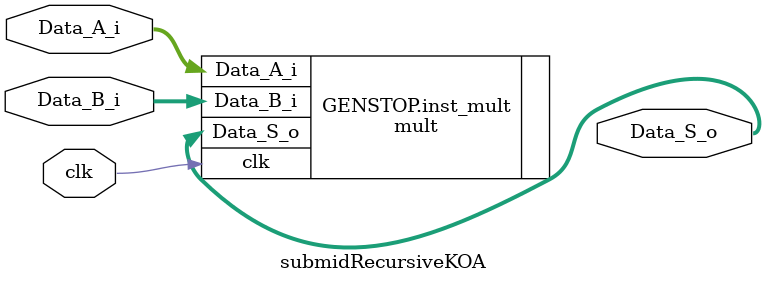
<source format=v>

`timescale 1ns / 1ps

module submidRecursiveKOA
    //#(parameter SW = 24, parameter precision = 0)
    #(parameter SW = 8)
    (
        input wire clk,
        input wire [SW-1:0] Data_A_i,
        input wire [SW-1:0] Data_B_i,
        output wire [2*SW-1:0] Data_S_o
    );
  

generate

    //assign i = Stop_I;
    if (SW <= 16) begin : GENSTOP

            mult #(.SW(SW)) 
            inst_mult (
                .clk(clk),
                .Data_A_i(Data_A_i), 
                .Data_B_i(Data_B_i),
                .Data_S_o(Data_S_o)
             );

    end else begin  : RECURSIVE

reg [2*SW-1:0] sgf_result_o;
///////////////////////////////////////////////////////////
wire [1:0] zero1;
wire [3:0] zero2;
assign zero1 = 2'b00;
assign zero2 = 4'b0000;
///////////////////////////////////////////////////////////
wire [SW/2-1:0] rightside1;
wire [SW/2:0] rightside2;
//Modificacion: Leftside signals are added. They are created as zero fillings as preparation for the final adder.
wire [SW/2-3:0] leftside1;
wire [SW/2-4:0] leftside2;

reg [4*(SW/2)+2:0] Result;

reg [4*(SW/2)-1:0] sgf_r;

localparam half = SW/2;
assign rightside1 = {(SW/2){1'b0}};
assign rightside2 = {(SW/2+1){1'b0}};

assign leftside1 = {(SW/2-4){1'b0}}; //Se le quitan dos bits con respecto al right side, esto porque al sumar, se agregan bits, esos hacen que sea diferente
assign leftside2 = {(SW/2-5){1'b0}};


    case (SW%2)
        0:begin : EVEN1

            reg [SW/2:0] result_A_adder;
            reg [SW/2:0] result_B_adder;
            reg [SW-1:0] Q_left;
            reg [SW-1:0] Q_right;
            reg [SW+1:0] Q_middle;
            reg [2*(SW/2+2)-1:0] S_A;
            reg [SW+1:0] S_B; //SW+2



           always @* begin : EVEN11

                 result_A_adder <= (Data_A_i[((SW/2)-1):0] + Data_A_i[(SW-1) -: SW/2]);

                 result_B_adder <= (Data_B_i[((SW/2)-1):0] + Data_B_i[(SW-1) -: SW/2]);

                 S_B <= (Q_middle - Q_left - Q_right);

                 sgf_result_o <= {leftside1,S_B,rightside1} + {Q_left,Q_right};
                 
           end

         subRecursiveKOA #(.SW(SW/2)) left(
                .clk(clk),
                .Data_A_i(Data_A_i[SW-1:SW-SW/2]),
                .Data_B_i(Data_B_i[SW-1:SW-SW/2]),
                .Data_S_o(Q_left)
            );
            
          subRecursiveKOA #(.SW(SW/2)) right(
                .clk(clk),
                .Data_A_i(Data_A_i[SW-SW/2-1:0]),
                .Data_B_i(Data_B_i[SW-SW/2-1:0]),
                .Data_S_o(Q_right)
            );
        
          subRecursiveKOA #(.SW((SW/2)+1)) middle (
                .clk(clk),
                .Data_A_i(result_A_adder),
                .Data_B_i(result_B_adder),
                .Data_S_o(Q_middle)
            );
                assign Data_S_o = sgf_result_o;
        end
    1:begin : ODD1

                reg [SW/2+1:0] result_A_adder;
                reg [SW/2+1:0] result_B_adder;
                reg [2*(SW/2)-1:0]   Q_left;
                reg [2*(SW/2+1)-1:0] Q_right;
                reg [2*(SW/2+2)-1:0] Q_middle;
                reg [2*(SW/2+2)-1:0] S_A;
                reg [SW+4-1:0] S_B;


            always @* begin : ODD11

                 result_A_adder <= (Data_A_i[SW-SW/2-1:0] + Data_A_i[SW-1:SW-SW/2]);

                 result_B_adder <= Data_B_i[SW-SW/2-1:0] + Data_B_i[SW-1:SW-SW/2];

                 S_B <= (Q_middle - Q_left - Q_right);

                 sgf_result_o<= {leftside2,S_B,rightside2} + {Q_left,Q_right};
                 //sgf_result_o <= Result[2*SW-1:0];
                end

                assign Data_S_o = sgf_result_o;

          subRecursiveKOA #(.SW(SW/2)) left(
                .clk(clk),
                .Data_A_i(Data_A_i[SW-1:SW-SW/2]),
                .Data_B_i(Data_B_i[SW-1:SW-SW/2]),
                .Data_S_o(Q_left)
            );
            
          subRecursiveKOA #(.SW((SW/2)+1)) right(
                .clk(clk),
                .Data_A_i(Data_A_i[SW-SW/2-1:0]),
                .Data_B_i(Data_B_i[SW-SW/2-1:0]),
                .Data_S_o(Q_right)
            );
        
          subRecursiveKOA #(.SW((SW/2)+2)) middle (
                .clk(clk),
                .Data_A_i(result_A_adder),
                .Data_B_i(result_B_adder),
                .Data_S_o(Q_middle)
            );

           end

    endcase

end



endgenerate

endmodule

</source>
